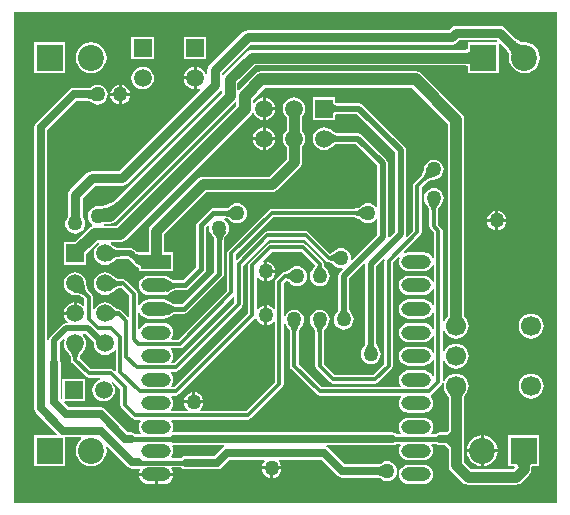
<source format=gbl>
%FSTAX23Y23*%
%MOIN*%
%SFA1B1*%

%IPPOS*%
%AMD66*
4,1,4,-0.000900,0.029200,-0.029200,0.000900,0.000900,-0.029200,0.029200,-0.000900,-0.000900,0.029200,0.0*
%
%ADD10C,0.027560*%
%ADD11C,0.011810*%
%ADD12C,0.019690*%
%ADD13C,0.015750*%
%ADD14C,0.035430*%
%ADD15C,0.039370*%
%ADD16C,0.031500*%
%ADD52R,0.059060X0.059060*%
%ADD53C,0.059060*%
%ADD54O,0.098430X0.047240*%
%ADD55R,0.098430X0.047240*%
%ADD56R,0.059060X0.059060*%
%ADD57C,0.066930*%
%ADD58C,0.086610*%
%ADD59R,0.086610X0.086610*%
%ADD60C,0.050000*%
G04~CAMADD=66~9~0.0~0.0~400.0~426.0~0.0~0.0~0~0.0~0.0~0.0~0.0~0~0.0~0.0~0.0~0.0~0~0.0~0.0~0.0~45.0~584.0~583.0*
%ADD66D66*%
%LNpcb-1*%
%LPD*%
G36*
X01825Y00014D02*
X00014D01*
Y0165*
X01825*
Y00014*
G37*
%LNpcb-2*%
%LPC*%
G36*
X00215Y00682D02*
X0021Y00681D01*
X00201Y00677*
X00193Y00671*
X00187Y00663*
X00183Y00654*
X00182Y0065*
X00215*
Y00682*
G37*
G36*
X0162Y0095D02*
X01592D01*
X01592Y00946*
X01596Y00938*
X01601Y00931*
X01608Y00926*
X01616Y00922*
X0162Y00922*
Y0095*
G37*
G36*
X0174Y00444D02*
X01729Y00443D01*
X01719Y00439*
X0171Y00432*
X01703Y00424*
X01699Y00413*
X01698Y00403*
X01699Y00392*
X01703Y00382*
X0171Y00373*
X01719Y00367*
X01729Y00362*
X0174Y00361*
X0175Y00362*
X0176Y00367*
X01769Y00373*
X01776Y00382*
X0178Y00392*
X01781Y00403*
X0178Y00413*
X01776Y00424*
X01769Y00432*
X0176Y00439*
X0175Y00443*
X0174Y00444*
G37*
G36*
Y00644D02*
X01729Y00643D01*
X01719Y00639*
X0171Y00632*
X01703Y00624*
X01699Y00613*
X01698Y00603*
X01699Y00592*
X01703Y00582*
X0171Y00573*
X01719Y00567*
X01729Y00562*
X0174Y00561*
X0175Y00562*
X0176Y00567*
X01769Y00573*
X01776Y00582*
X0178Y00592*
X01781Y00603*
X0178Y00613*
X01776Y00624*
X01769Y00632*
X0176Y00639*
X0175Y00643*
X0174Y00644*
G37*
G36*
X0163Y00987D02*
Y0096D01*
X01657*
X01657Y00963*
X01653Y00971*
X01648Y00978*
X01641Y00983*
X01633Y00987*
X0163Y00987*
G37*
G36*
X00845Y01223D02*
X00812D01*
X00813Y01218*
X00817Y01209*
X00823Y01201*
X00831Y01195*
X0084Y01191*
X00845Y01191*
Y01223*
G37*
G36*
X01657Y0095D02*
X0163D01*
Y00922*
X01633Y00922*
X01641Y00926*
X01648Y00931*
X01653Y00938*
X01657Y00946*
X01657Y0095*
G37*
G36*
X0162Y00987D02*
X01616Y00987D01*
X01608Y00983*
X01601Y00978*
X01596Y00971*
X01592Y00963*
X01592Y0096*
X0162*
Y00987*
G37*
G36*
X01582Y00239D02*
Y00193D01*
X01628*
X01627Y00201*
X01621Y00213*
X01613Y00224*
X01603Y00232*
X0159Y00238*
X01582Y00239*
G37*
G36*
X01381Y00141D02*
X0133D01*
X01322Y0014*
X01314Y00137*
X01308Y00131*
X01303Y00125*
X01299Y00117*
X01298Y00109*
X01299Y00101*
X01303Y00093*
X01308Y00087*
X01314Y00081*
X01322Y00078*
X0133Y00077*
X01381*
X01389Y00078*
X01397Y00081*
X01404Y00087*
X01409Y00093*
X01412Y00101*
X01413Y00109*
X01412Y00117*
X01409Y00125*
X01404Y00131*
X01397Y00137*
X01389Y0014*
X01381Y00141*
G37*
G36*
X0087Y00125D02*
X00842D01*
X00842Y00121*
X00846Y00113*
X00851Y00106*
X00858Y00101*
X00866Y00097*
X0087Y00097*
Y00125*
G37*
G36*
X00485Y00104D02*
X00433D01*
X00433Y00101*
X00436Y00093*
X00441Y00087*
X00448Y00081*
X00456Y00078*
X00464Y00077*
X00485*
Y00104*
G37*
G36*
X00546D02*
X00495D01*
Y00077*
X00515*
X00523Y00078*
X00531Y00081*
X00538Y00087*
X00543Y00093*
X00546Y00101*
X00546Y00104*
G37*
G36*
X01628Y00183D02*
X01582D01*
Y00137*
X0159Y00138*
X01603Y00143*
X01613Y00151*
X01621Y00162*
X01627Y00174*
X01628Y00183*
G37*
G36*
X01572Y00239D02*
X01563Y00238D01*
X01551Y00232*
X0154Y00224*
X01532Y00213*
X01527Y00201*
X01526Y00193*
X01572*
Y00239*
G37*
G36*
X00907Y00125D02*
X0088D01*
Y00097*
X00883Y00097*
X00891Y00101*
X00898Y00106*
X00903Y00113*
X00907Y00121*
X00907Y00125*
G37*
G36*
X01572Y00183D02*
X01526D01*
X01527Y00174*
X01532Y00162*
X0154Y00151*
X01551Y00143*
X01563Y00138*
X01572Y00137*
Y00183*
G37*
G36*
X00445Y01467D02*
X00435Y01466D01*
X00426Y01462*
X00418Y01456*
X00412Y01448*
X00408Y01439*
X00407Y0143*
X00408Y0142*
X00412Y01411*
X00418Y01403*
X00426Y01397*
X00435Y01393*
X00445Y01392*
X00454Y01393*
X00463Y01397*
X00471Y01403*
X00477Y01411*
X00481Y0142*
X00482Y0143*
X00481Y01439*
X00477Y01448*
X00471Y01456*
X00463Y01462*
X00454Y01466*
X00445Y01467*
G37*
G36*
X00615Y01425D02*
X00582D01*
X00583Y0142*
X00587Y01411*
X00593Y01403*
X00601Y01397*
X0061Y01393*
X00615Y01392*
Y01425*
G37*
G36*
X00375Y01407D02*
Y0138D01*
X00402*
X00402Y01383*
X00398Y01391*
X00393Y01398*
X00386Y01403*
X00378Y01407*
X00375Y01407*
G37*
G36*
X00402Y0137D02*
X00375D01*
Y01342*
X00378Y01342*
X00386Y01346*
X00393Y01351*
X00398Y01358*
X00402Y01366*
X00402Y0137*
G37*
G36*
X00365Y01407D02*
X00361Y01407D01*
X00353Y01403*
X00346Y01398*
X00341Y01391*
X00337Y01383*
X00337Y0138*
X00365*
Y01407*
G37*
G36*
X00615Y01467D02*
X0061Y01466D01*
X00601Y01462*
X00593Y01456*
X00587Y01448*
X00583Y01439*
X00582Y01435*
X00615*
Y01467*
G37*
G36*
X00657Y01567D02*
X00582D01*
Y01492*
X00657*
Y01567*
G37*
G36*
X01635Y01604D02*
X0149D01*
X0148Y01602*
X01472Y01597*
X01465Y01589*
X00795*
X00785Y01587*
X00777Y01582*
X00667Y01472*
X00662Y01464*
X0066Y01455*
Y01441*
X00656Y0144*
X00652Y01448*
X00646Y01456*
X00638Y01462*
X00629Y01466*
X00625Y01467*
Y0143*
Y01392*
X00629Y01393*
X00634Y01395*
X00637Y01391*
X00365Y01119*
X00275*
X00265Y01117*
X00257Y01112*
X00202Y01057*
X00197Y01049*
X00195Y0104*
Y00967*
X00191Y00961*
X00187Y00953*
X00186Y00945*
X00187Y00936*
X00191Y00928*
X00196Y00921*
X00203Y00916*
X00211Y00912*
X0022Y00911*
X00228Y00912*
X00236Y00916*
X00243Y00921*
X00248Y00928*
X00252Y00936*
X00253Y00945*
X00252Y00953*
X00248Y00961*
X00244Y00967*
Y0103*
X00284Y0107*
X00375*
X00384Y01072*
X00392Y01077*
X00702Y01387*
X00704Y01391*
X00709Y0139*
Y0138*
X00356Y01027*
X00344Y01017*
X00328Y01009*
X00312Y01004*
X00295Y01003*
X00295Y01003*
X00286Y01002*
X00278Y00998*
X00271Y00993*
X00266Y00986*
X00262Y00978*
X00261Y0097*
X00262Y00961*
X00266Y00953*
X00271Y00946*
X00277Y00941*
X00277Y00936*
X00271Y00934*
X00265Y00929*
X00218Y00882*
X00182*
Y00807*
X00257*
Y00843*
X00295Y0088*
X003Y00879*
X003Y00877*
X00293Y00871*
X00287Y00863*
X00283Y00854*
X00282Y00845*
X00283Y00835*
X00287Y00826*
X00293Y00818*
X00301Y00812*
X0031Y00808*
X0032Y00807*
X00329Y00808*
X00338Y00812*
X00346Y00818*
X00346Y00818*
X00346Y00818*
X00346Y00818*
X00352Y00823*
X00359Y00826*
X00366Y00826*
X00397*
X00415Y00809*
X00415Y00809*
X00416Y00808*
X00419Y00805*
X00424Y00801*
X00425Y00801*
X00426Y008*
X00432Y00797*
Y00786*
X00547*
Y00849*
X00515*
Y00909*
X00655Y01049*
X00875*
X00881Y0105*
X00884Y01051*
X00887Y01052*
X00893Y01056*
X00968Y01131*
X00972Y01137*
X00973Y0114*
X00974Y01143*
X00975Y0115*
Y012*
X00976Y01201*
X00982Y01209*
X00986Y01218*
X00987Y01228*
X00986Y01237*
X00982Y01247*
X00976Y01254*
X00975Y01255*
Y013*
X00976Y01301*
X00982Y01309*
X00986Y01318*
X00987Y01328*
X00986Y01337*
X00982Y01347*
X00976Y01354*
X00968Y0136*
X00959Y01364*
X0095Y01365*
X0094Y01364*
X00931Y0136*
X00923Y01354*
X00917Y01347*
X00913Y01337*
X00912Y01328*
X00913Y01318*
X00917Y01309*
X00923Y01301*
X00924Y013*
Y01255*
X00923Y01254*
X00917Y01247*
X00913Y01237*
X00912Y01228*
X00913Y01218*
X00917Y01209*
X00923Y01201*
X00924Y012*
Y0116*
X00864Y011*
X00645*
X00638Y01099*
X00636Y01099*
X00632Y01097*
X00626Y01093*
X00471Y00938*
X00467Y00932*
X00466Y00929*
X00465Y00926*
X00464Y0092*
Y00849*
X00432*
X00431Y00849*
X00425Y00851*
X00418Y00856*
X00417Y00857*
X00411Y00861*
X00405Y00863*
X00366*
X00359Y00863*
X00352Y00866*
X00346Y00871*
X00346Y00871*
X00346Y00871*
X00346Y00871*
X00339Y00877*
X0034Y00882*
X0034Y00882*
X0037*
X00377Y00883*
X00383Y00885*
X00389Y0089*
X00804Y01305*
X00809Y01311*
X0081Y01313*
X00815*
X00817Y01309*
X00823Y01301*
X00831Y01295*
X0084Y01291*
X00845Y01291*
Y01328*
Y01365*
X0084Y01364*
X00831Y0136*
X00823Y01354*
X00817Y01347*
X00813Y01349*
Y01358*
X00851Y01397*
X01343*
X01462Y01278*
Y00633*
X0146Y00632*
X01453Y00624*
X01449Y00613*
X01449Y00608*
X01444Y00609*
Y0092*
X01442Y00925*
X01439Y00929*
X01429Y0094*
Y00983*
X01429*
X01429Y00984*
Y00984*
X0143Y00992*
X01433Y00999*
X01438Y01006*
X01438Y01006*
X01443Y01013*
X01447Y01021*
X01448Y0103*
X01447Y01038*
X01443Y01046*
X01438Y01053*
X01431Y01058*
X01423Y01062*
X01415Y01063*
X01406Y01062*
X01398Y01058*
X01391Y01053*
X01386Y01046*
X01382Y01038*
X01381Y0103*
X01382Y01021*
X01386Y01013*
X01391Y01006*
X01391Y01006*
X01396Y00999*
X01399Y00992*
X014Y00984*
Y00984*
X014Y00983*
X014*
Y00935*
X01402Y00929*
X01405Y00925*
X01415Y00914*
Y0083*
X01411Y00829*
X01409Y00834*
X01404Y0084*
X01397Y00845*
X01389Y00848*
X01381Y00849*
X0133*
X01322Y00848*
X01319Y00847*
X01316Y00851*
X01369Y00905*
X01372Y00909*
X01374Y00915*
Y01064*
X01392Y01082*
X01392Y01082*
X01392Y01082*
X01392Y01082*
X01398Y01087*
X01406Y0109*
X01414Y01091*
X01415Y01091*
X01423Y01092*
X01431Y01096*
X01438Y01101*
X01443Y01108*
X01447Y01116*
X01448Y01125*
X01447Y01133*
X01443Y01141*
X01438Y01148*
X01431Y01153*
X01423Y01157*
X01415Y01158*
X01406Y01157*
X01398Y01153*
X01391Y01148*
X01386Y01141*
X01382Y01133*
X01381Y01125*
X01381Y01124*
X0138Y01116*
X01377Y01108*
X01372Y01102*
X01372Y01102*
X01372Y01102*
X01372Y01102*
X0135Y01079*
X01347Y01075*
X01345Y0107*
Y0092*
X01326Y00901*
X01321Y00903*
X01323Y0091*
Y0119*
X01321Y01196*
X01317Y01202*
X01179Y0134*
X01173Y01344*
X01166Y01346*
X01096*
X01089Y01347*
X01087Y01348*
Y01365*
X01012*
Y0129*
X01087*
Y01308*
X01089Y01309*
X01096Y0131*
X01159*
X01286Y01182*
Y00917*
X01268Y00898*
X01263Y00899*
X01263Y009*
Y01145*
X01261Y01151*
X01257Y01157*
X01174Y0124*
X01168Y01244*
X01161Y01246*
X01096*
X01089Y01247*
X01082Y0125*
X01076Y01254*
X01076Y01254*
X01076Y01254*
X01076Y01254*
X01076Y01255*
X01068Y0126*
X01059Y01264*
X0105Y01265*
X0104Y01264*
X01031Y0126*
X01023Y01254*
X01017Y01247*
X01013Y01237*
X01012Y01228*
X01013Y01218*
X01017Y01209*
X01023Y01201*
X01031Y01195*
X0104Y01191*
X0105Y0119*
X01059Y01191*
X01068Y01195*
X01076Y01201*
X01076Y01201*
X01076Y01201*
X01076Y01201*
X01082Y01206*
X01089Y01209*
X01096Y0121*
X01154*
X01226Y01137*
Y01*
X01222Y00998*
X01218Y01003*
X01211Y01008*
X01203Y01012*
X01195Y01013*
X01186Y01012*
X01178Y01008*
X01171Y01003*
X01171Y01003*
X01164Y00998*
X01157Y00995*
X01149Y00994*
X01149*
X01148Y00994*
Y00994*
X00875*
X00869Y00992*
X00865Y00989*
X0073Y00854*
X00727Y0085*
X00725Y00845*
Y0072*
X00563Y00558*
X00543*
X0054Y00563*
X00543Y00566*
X00546Y00573*
X00547Y00581*
X00546Y0059*
X00543Y00597*
X00538Y00604*
X00531Y00609*
X00523Y00612*
X00515Y00613*
X00464*
X00456Y00612*
X00448Y00609*
X00441Y00604*
X00436Y00597*
X00433Y0059*
X00429Y00591*
Y0065*
X00433Y00651*
X00436Y00644*
X00441Y00638*
X00448Y00633*
X00456Y00629*
X00464Y00628*
X00515*
X00523Y00629*
X00531Y00633*
X00537Y00637*
X00538Y00638*
X00538Y00638*
X00538Y00638*
X00545Y00643*
X00552Y00644*
X00553Y00644*
Y00644*
X00582*
X00587Y00645*
X00588Y00645*
X00593Y00649*
Y00649*
Y00649*
X00711Y00766*
X00714Y00772*
X00715Y00773*
X00716Y00778*
Y00888*
X00716*
X00716Y0089*
Y0089*
X00717Y00898*
X00722Y00906*
X00723Y00906*
X00723Y00906*
X00723Y00906*
X00728Y00913*
X00732Y00921*
X00733Y0093*
X00732Y00938*
X00728Y00946*
X00723Y00953*
X00716Y00958*
X00715Y00959*
X00718Y00963*
X0072Y00963*
X0072*
X00728Y00962*
X00736Y00957*
X00736Y00956*
X00736Y00956*
X00736Y00956*
X00743Y00951*
X00751Y00947*
X0076Y00946*
X00768Y00947*
X00776Y00951*
X00783Y00956*
X00788Y00963*
X00792Y00971*
X00793Y0098*
X00792Y00988*
X00788Y00996*
X00783Y01003*
X00776Y01008*
X00768Y01012*
X0076Y01013*
X00751Y01012*
X00743Y01008*
X00736Y01003*
X00736Y01003*
X00736Y01003*
X00736Y01002*
X00728Y00997*
X0072Y00996*
X0072*
X00718Y00996*
Y00996*
X0068*
X00673Y00994*
X00668Y00991*
X00628Y00951*
X00625Y00946*
X00624Y00945*
X00623Y0094*
Y00799*
X00579Y00755*
X00553*
Y00755*
X00552Y00755*
X00545Y00756*
X00538Y00761*
X00538Y00761*
X00538Y00761*
X00538Y00761*
X00537Y00762*
X00531Y00766*
X00523Y0077*
X00515Y00771*
X00464*
X00456Y0077*
X00448Y00766*
X00441Y00761*
X00436Y00755*
X00433Y00747*
X00432Y00739*
X00433Y00731*
X00436Y00723*
X00441Y00716*
X00448Y00711*
X00456Y00708*
X00464Y00707*
X00515*
X00523Y00708*
X00531Y00711*
X00537Y00716*
X00538Y00716*
X00538Y00716*
X00538Y00717*
X00545Y00721*
X00552Y00723*
X00553Y00723*
Y00723*
X00586*
X00591Y00724*
X00592Y00724*
X00597Y00728*
X00651Y00781*
X00654Y00787*
X00656Y00793*
Y00933*
X00663Y0094*
X00667Y00938*
X00667Y00938*
X00666Y0093*
X00667Y00921*
X00671Y00913*
X00676Y00906*
X00676Y00906*
X00676Y00906*
X00676Y00906*
X00677Y00906*
X00682Y00898*
X00683Y0089*
Y0089*
X00683Y00888*
X00683*
Y00784*
X00575Y00676*
X00553*
Y00676*
X00552Y00676*
X00545Y00678*
X00538Y00682*
X00538Y00683*
X00538Y00683*
X00538Y00683*
X00537Y00683*
X00531Y00688*
X00523Y00691*
X00515Y00692*
X00464*
X00456Y00691*
X00448Y00688*
X00441Y00683*
X00436Y00676*
X00433Y00669*
X00429Y0067*
Y0071*
X00427Y00715*
X00424Y00719*
X00389Y00754*
X00385Y00757*
X0038Y00759*
X00377*
Y00759*
X00376Y00759*
X00375*
X00365Y0076*
X00355Y00764*
X00347Y00771*
X00346Y00771*
X00338Y00777*
X00329Y00781*
X0032Y00782*
X0031Y00781*
X00301Y00777*
X00293Y00771*
X00287Y00763*
X00283Y00754*
X00282Y00745*
X00283Y00735*
X00287Y00726*
X00293Y00718*
X00301Y00712*
X0031Y00708*
X0032Y00707*
X00329Y00708*
X00338Y00712*
X00346Y00718*
X00347Y00718*
X00355Y00725*
X00365Y00729*
X00374Y0073*
X004Y00704*
Y00635*
X00396Y00633*
X00374Y00654*
X0037Y00657*
X00365Y00659*
Y00659*
X00364Y00659*
X00358Y0066*
X00352Y00663*
X00351Y00666*
X0035Y00666*
X0035Y00666*
X00349Y00668*
X00349Y00668*
X00346Y00671*
X00338Y00677*
X00329Y00681*
X0032Y00682*
X0031Y00681*
X00301Y00677*
X00293Y00671*
X00287Y00663*
X00283Y00655*
X00279Y00656*
Y007*
X00277Y00705*
X00274Y00709*
X0027Y00714*
X0027Y00714*
X00269Y00715*
X00269Y00715*
X00263Y00723*
X00259Y00733*
X00257Y00744*
X00257Y00745*
X00256Y00754*
X00252Y00763*
X00246Y00771*
X00238Y00777*
X00229Y00781*
X0022Y00782*
X0021Y00781*
X00201Y00777*
X00193Y00771*
X00187Y00763*
X00183Y00754*
X00182Y00745*
X00183Y00735*
X00187Y00726*
X00193Y00718*
X00201Y00712*
X0021Y00708*
X0022Y00707*
X0022Y00707*
X00231Y00706*
X00241Y00701*
X00249Y00695*
X00249Y00695*
X0025Y00694*
X0025Y00694*
X0025Y00694*
Y00674*
X00246Y00671*
X00238Y00677*
X00229Y00681*
X00225Y00682*
Y00645*
X0022*
Y0064*
X00182*
X00183Y00635*
X00187Y00626*
X00193Y00618*
X00194Y00617*
X00192Y00613*
X0019*
X00183Y00611*
X00177Y00607*
X00137Y00567*
X00133Y00561*
X00132Y00555*
X00127Y00556*
Y01255*
X00224Y01352*
X00268*
X00271Y01351*
X00271Y01351*
X00271Y01351*
X00273Y0135*
X00278Y01346*
X00286Y01342*
X00295Y01341*
X00303Y01342*
X00311Y01346*
X00318Y01351*
X00323Y01358*
X00327Y01366*
X00328Y01375*
X00327Y01383*
X00323Y01391*
X00318Y01398*
X00311Y01403*
X00303Y01407*
X00295Y01408*
X00286Y01407*
X00278Y01403*
X00273Y01399*
X00271Y01398*
X00271Y01398*
X00271Y01398*
X00268Y01397*
X00215*
X00206Y01395*
X00199Y0139*
X00089Y0128*
X00084Y01273*
X00082Y01265*
Y0033*
X00084Y00321*
X00089Y00314*
X00159Y00243*
X00157Y00239*
X00083*
Y00136*
X00186*
Y00232*
X00238*
X0024Y00227*
X00236Y00224*
X00228Y00213*
X00222Y00201*
X00221Y00188*
X00222Y00174*
X00228Y00162*
X00236Y00151*
X00246Y00143*
X00259Y00138*
X00272Y00136*
X00286Y00138*
X00298Y00143*
X00309Y00151*
X00317Y00162*
X00322Y00174*
X00324Y00188*
X00322Y00199*
X00327Y00201*
X00394Y00134*
X00401Y00129*
X0041Y00127*
X0043*
X00432Y00128*
X00434Y00126*
X00436Y00124*
X00433Y00117*
X00433Y00114*
X00546*
X00546Y00117*
X00543Y00125*
X0054Y00128*
X00543Y00132*
X00573*
X0058Y00128*
X00588Y00126*
X00693*
X00702Y00128*
X00709Y00133*
X00734Y00157*
X00849*
X00851Y00153*
X00846Y00146*
X00842Y00138*
X00842Y00135*
X00907*
X00907Y00138*
X00903Y00146*
X00898Y00153*
X009Y00157*
X0104*
X01094Y00104*
X01101Y00099*
X0111Y00097*
X01233*
X01236Y00096*
X01236Y00096*
X01236Y00096*
X01238Y00095*
X01243Y00091*
X01251Y00087*
X0126Y00086*
X01268Y00087*
X01276Y00091*
X01283Y00096*
X01288Y00103*
X01292Y00111*
X01293Y0012*
X01292Y00128*
X01288Y00136*
X01283Y00143*
X01276Y00148*
X01268Y00152*
X0126Y00153*
X01251Y00152*
X01243Y00148*
X01238Y00144*
X01236Y00143*
X01236Y00143*
X01236Y00143*
X01233Y00142*
X01119*
X01065Y00195*
X01058Y002*
X01057Y002*
X01058Y00205*
X01277*
X01285Y00207*
X01292Y00211*
X01303*
X01305Y00207*
X01303Y00204*
X01299Y00196*
X01298Y00188*
X01299Y0018*
X01303Y00172*
X01308Y00165*
X01314Y0016*
X01322Y00157*
X0133Y00156*
X01381*
X01389Y00157*
X01397Y0016*
X01404Y00165*
X01409Y00172*
X01412Y0018*
X01413Y00188*
X01412Y00196*
X01409Y00204*
X01406Y00207*
X01409Y00211*
X01422*
X01428Y00207*
X01437Y00205*
X01453*
X01464Y00194*
Y0014*
X01465Y00133*
X01466Y0013*
X01467Y00127*
X01471Y00121*
X01511Y00081*
X01517Y00077*
X01523Y00075*
X0153Y00074*
X0169*
X01696Y00075*
X01699Y00076*
X01702Y00077*
X01708Y00081*
X01733Y00106*
X01737Y00112*
X01739Y00118*
X0174Y00125*
Y00126*
X01741*
X0174Y00127*
X01742Y00135*
X01742Y00136*
X01766*
Y00239*
X01663*
Y00136*
X01683*
X01685Y00132*
X01679Y00125*
X0154*
X01515Y0015*
Y00365*
X01515*
X01515Y00365*
X01516Y00369*
X01519Y00373*
X01519Y00373*
X01526Y00382*
X0153Y00392*
X01531Y00403*
X0153Y00413*
X01526Y00424*
X01519Y00432*
X0151Y00439*
X015Y00443*
X0149Y00444*
X01479Y00443*
X01469Y00439*
X0146Y00432*
X01453Y00424*
X01449Y00413*
X01448Y00403*
X01449Y00392*
X01453Y00382*
X0146Y00373*
X0146Y00373*
X01463Y00369*
X01464Y00365*
X01464Y00365*
X01464*
Y00255*
X01458Y00249*
X01437*
X01428Y00248*
X01422Y00243*
X01409*
X01406Y00248*
X01409Y00251*
X01412Y00258*
X01413Y00266*
X01412Y00275*
X01409Y00282*
X01404Y00289*
X01397Y00294*
X01389Y00297*
X01381Y00298*
X0133*
X01322Y00297*
X01314Y00294*
X01308Y00289*
X01303Y00282*
X01299Y00275*
X01298Y00266*
X01299Y00258*
X01303Y00251*
X01305Y00248*
X01303Y00243*
X01292*
X01285Y00248*
X01277Y00249*
X0055*
X00547Y00249*
X00543Y00252*
X00546Y00258*
X00547Y00266*
X00546Y00275*
X00543Y00282*
X0054Y00286*
X00542Y0029*
X00795*
X008Y00292*
X00804Y00295*
X00909Y004*
X00912Y00404*
X00914Y0041*
Y00613*
X00918Y00614*
X00921Y00608*
X00926Y00601*
X00926Y00601*
X00931Y00594*
X00934Y00587*
X00935Y00579*
Y00579*
X00935Y00578*
X00935*
Y0047*
X00937Y00464*
X0094Y0046*
X01025Y00375*
X01029Y00372*
X01035Y0037*
X01304*
X01306Y00366*
X01303Y00361*
X01299Y00353*
X01298Y00345*
X01299Y00337*
X01303Y00329*
X01308Y00323*
X01314Y00318*
X01322Y00315*
X0133Y00313*
X01381*
X01389Y00315*
X01397Y00318*
X01404Y00323*
X01409Y00329*
X01412Y00337*
X01413Y00345*
X01412Y00353*
X01409Y00361*
X01404Y00367*
X01405Y00372*
X01409Y00375*
X01439Y00405*
X01442Y00409*
X01444Y00415*
Y00497*
X01449Y00497*
X01449Y00492*
X01453Y00482*
X0146Y00473*
X01469Y00467*
X01479Y00462*
X0149Y00461*
X015Y00462*
X0151Y00467*
X01519Y00473*
X01526Y00482*
X0153Y00492*
X01531Y00503*
X0153Y00513*
X01526Y00524*
X01519Y00532*
X0151Y00539*
X015Y00543*
X0149Y00544*
X01479Y00543*
X01469Y00539*
X0146Y00532*
X01453Y00524*
X01449Y00513*
X01449Y00508*
X01444Y00509*
Y00597*
X01449Y00597*
X01449Y00592*
X01453Y00582*
X0146Y00573*
X01469Y00567*
X01479Y00562*
X0149Y00561*
X015Y00562*
X0151Y00567*
X01519Y00573*
X01526Y00582*
X0153Y00592*
X01531Y00603*
X0153Y00613*
X01526Y00624*
X01519Y00632*
X01517Y00633*
Y0129*
X01516Y01297*
X01514Y01303*
X01509Y01309*
X01374Y01444*
X01368Y01449*
X01362Y01451*
X01355Y01452*
X0084*
X00832Y01451*
X00826Y01449*
X0082Y01444*
X00765Y01389*
X00765Y01389*
X0076Y01391*
Y01414*
X00818Y01472*
X01518*
Y01472*
X01519Y01472*
X01527Y01471*
X01528Y0147*
Y01446*
X01631*
Y01544*
X01635Y01546*
X01653Y01528*
Y01528*
X01655Y01526*
X0166Y01519*
X01665Y01509*
X01666Y01499*
X01666Y01498*
X01666*
X01666Y01497*
X01667Y01484*
X01673Y01472*
X01681Y01461*
X01691Y01453*
X01704Y01448*
X01717Y01446*
X01731Y01448*
X01743Y01453*
X01754Y01461*
X01762Y01472*
X01767Y01484*
X01769Y01498*
X01767Y01511*
X01762Y01523*
X01754Y01534*
X01743Y01542*
X01731Y01548*
X01718Y01549*
X01717Y01549*
Y01549*
X01716Y01549*
X01706Y0155*
X01696Y01555*
X01689Y0156*
X01687Y01562*
X01652Y01597*
X01645Y01602*
X01635Y01604*
G37*
G36*
X00482Y01567D02*
X00407D01*
Y01492*
X00482*
Y01567*
G37*
G36*
X00272Y01549D02*
X00259Y01548D01*
X00246Y01542*
X00236Y01534*
X00228Y01523*
X00222Y01511*
X00221Y01498*
X00222Y01484*
X00228Y01472*
X00236Y01461*
X00246Y01453*
X00259Y01448*
X00272Y01446*
X00286Y01448*
X00298Y01453*
X00309Y01461*
X00317Y01472*
X00322Y01484*
X00324Y01498*
X00322Y01511*
X00317Y01523*
X00309Y01534*
X00298Y01542*
X00286Y01548*
X00272Y01549*
G37*
G36*
X00186Y01549D02*
X00083D01*
Y01446*
X00186*
Y01549*
G37*
G36*
X00887Y01323D02*
X00855D01*
Y01291*
X00859Y01291*
X00868Y01295*
X00876Y01301*
X00882Y01309*
X00886Y01318*
X00887Y01323*
G37*
G36*
X00855Y01265D02*
Y01233D01*
X00887*
X00886Y01237*
X00882Y01247*
X00876Y01254*
X00868Y0126*
X00859Y01264*
X00855Y01265*
G37*
G36*
X00845D02*
X0084Y01264D01*
X00831Y0126*
X00823Y01254*
X00817Y01247*
X00813Y01237*
X00812Y01233*
X00845*
Y01265*
G37*
G36*
X00365Y0137D02*
X00337D01*
X00337Y01366*
X00341Y01358*
X00346Y01351*
X00353Y01346*
X00361Y01342*
X00365Y01342*
Y0137*
G37*
G36*
X00887Y01223D02*
X00855D01*
Y01191*
X00859Y01191*
X00868Y01195*
X00876Y01201*
X00882Y01209*
X00886Y01218*
X00887Y01223*
G37*
G36*
X00855Y01365D02*
Y01333D01*
X00887*
X00886Y01337*
X00882Y01347*
X00876Y01354*
X00868Y0136*
X00859Y01364*
X00855Y01365*
G37*
%LNpcb-3*%
%LPD*%
G36*
X01627Y01551D02*
X01626Y01549D01*
X01528*
Y01525*
X01527Y01525*
X01519Y01524*
X01518Y01524*
Y01523*
X00808*
X00801Y01523*
X00799Y01522*
X00795Y0152*
X00789Y01516*
X00716Y01443*
X00713Y01439*
X0071Y0144*
X00709Y01445*
X00804Y0154*
X01475*
X01484Y01542*
X01492Y01547*
X01499Y01555*
X01624*
X01627Y01551*
G37*
G36*
X00754Y0135D02*
X00757Y01348D01*
Y01336*
X00358Y00937*
X00314*
X00314Y0094*
X00316Y00944*
X00335*
X00341Y00945*
X00344Y00946*
X00347Y00947*
X00353Y00951*
X00392Y0099*
X00394Y00992*
Y00992*
X00752Y01351*
X00754Y0135*
G37*
G36*
X01157Y00964D02*
X01164Y00961D01*
X01171Y00956*
X01171Y00956*
X01178Y00951*
X01186Y00947*
X01195Y00946*
X01203Y00947*
X01211Y00951*
X01218Y00956*
X01222Y00961*
X01226Y00959*
Y00907*
X01143Y00823*
X01138Y00825*
X01139Y0083*
X01138Y00838*
X01134Y00846*
X01129Y00853*
X01122Y00858*
X01114Y00862*
X01105Y00863*
X01097Y00862*
X01089Y00858*
X01082Y00853*
X01081Y00852*
X01081Y00852*
X0108Y00851*
X0108Y00851*
X01079Y00849*
X01072Y00845*
X01069Y00844*
X00999Y00914*
X00995Y00917*
X0099Y00919*
X0086*
X00854Y00917*
X0085Y00914*
X00758Y00823*
X00754Y00825*
Y00839*
X0088Y00965*
X01148*
Y00965*
X01149Y00965*
X01149*
X01157Y00964*
G37*
G36*
X0055Y00205D02*
X00716D01*
X00717Y002*
X00716Y002*
X00709Y00195*
X00684Y0017*
X00588*
X0058Y00169*
X00573Y00164*
X00543*
X0054Y00169*
X00543Y00172*
X00546Y0018*
X00547Y00188*
X00546Y00196*
X00543Y00202*
X00547Y00206*
X0055Y00205*
G37*
G36*
X00184Y00557D02*
X00183Y00554D01*
X00182Y00545*
X00183Y00535*
X00187Y00526*
X00193Y00518*
X00193Y00517*
X00193Y00517*
X00194Y00517*
X00194Y00517*
X00194Y00517*
X002Y00509*
X00204Y00499*
X00205Y0049*
Y0049*
X00205Y0049*
X00205*
X00207Y00484*
X0021Y0048*
X00255Y00435*
X00259Y00432*
X00265Y0043*
X00303*
X00304Y00426*
X00296Y00422*
X00288Y00416*
X00282Y00408*
X00278Y00399*
X00277Y0039*
X00278Y0038*
X00282Y00371*
X00288Y00363*
X00296Y00357*
X00305Y00353*
X00315Y00352*
X00324Y00353*
X00333Y00357*
X00341Y00363*
X00347Y00371*
X00351Y0038*
X00352Y0039*
X00351Y00399*
X00347Y00408*
X00342Y00415*
X00346Y00418*
X0037Y00394*
Y0034*
X00372Y00334*
X00375Y0033*
X0041Y00295*
Y00295*
X0041*
X00414Y00292*
X0042Y0029*
X00437*
X00439Y00286*
X00436Y00282*
X00433Y00275*
X00432Y00266*
X00433Y00258*
X00436Y00251*
X00439Y00248*
X00436Y00243*
X00419*
X00413Y00248*
X00405Y00249*
X00396*
X0032Y00325*
X00313Y0033*
X00305Y00332*
X00199*
X00183Y00347*
X00185Y00352*
X00252*
Y00427*
X00177*
Y0036*
X00176Y00359*
X00172Y00362*
Y0048*
X0017Y00488*
X00168Y00491*
Y00547*
X0018Y00559*
X00184Y00557*
G37*
G36*
X0075Y00699D02*
Y0068D01*
X00549Y00479*
X00542*
X0054Y00483*
X00543Y00487*
X00546Y00494*
X00547Y00503*
X00546Y00511*
X00543Y00519*
X00538Y00525*
X00537Y00525*
X00539Y0053*
X00569*
X00574Y00531*
X00579Y00534*
X00746Y00701*
X0075Y00699*
G37*
G36*
X01055Y0082D02*
X01059Y00817D01*
X01065Y00815*
Y00815*
X01065Y00815*
X01072Y00814*
X01079Y0081*
X0108Y00808*
X0108Y00808*
X01081Y00807*
X01081Y00807*
X01082Y00806*
X01089Y00801*
X01097Y00797*
X01105Y00796*
X0111Y00797*
X01112Y00792*
X01102Y00782*
X01098Y00776*
X01096Y0077*
Y00661*
X01096*
X01096Y0066*
Y0066*
X01095Y00654*
X01091Y00648*
X01091Y00648*
X01091Y00648*
X0109Y00647*
X01086Y00641*
X01082Y00633*
X01081Y00625*
X01082Y00616*
X01086Y00608*
X01091Y00601*
X01098Y00596*
X01106Y00592*
X01115Y00591*
X01123Y00592*
X01131Y00596*
X01138Y00601*
X01143Y00608*
X01147Y00616*
X01148Y00625*
X01147Y00633*
X01143Y00641*
X01139Y00647*
X01138Y00648*
X01138Y00648*
X01138Y00648*
X01134Y00654*
X01133Y0066*
Y0066*
X01133Y00661*
X01133*
Y00762*
X01181Y00811*
X01186Y0081*
X01186Y00809*
Y00546*
X01186*
X01186Y00545*
Y00545*
X01185Y00539*
X01181Y00533*
X01181Y00533*
X01181Y00533*
X0118Y00532*
X01176Y00526*
X01172Y00518*
X01171Y0051*
X01172Y00501*
X01176Y00493*
X01181Y00486*
X01188Y00481*
X01196Y00477*
X01205Y00476*
X01213Y00477*
X01221Y00481*
X01228Y00486*
X01233Y00493*
X01237Y00501*
X01238Y0051*
X01237Y00518*
X01233Y00526*
X01229Y00532*
X01228Y00533*
X01228Y00533*
X01228Y00533*
X01224Y00539*
X01223Y00545*
Y00545*
X01223Y00546*
X01223*
Y00802*
X01247Y00826*
X01251Y00824*
X0125Y0082*
Y00475*
X01214Y00439*
X01085*
X01049Y00475*
Y00578*
X01049*
X01049Y00579*
Y00579*
X0105Y00587*
X01053Y00594*
X01058Y00601*
X01058Y00601*
X01063Y00608*
X01067Y00616*
X01068Y00625*
X01067Y00633*
X01063Y00641*
X01058Y00648*
X01051Y00653*
X01043Y00657*
X01035Y00658*
X01026Y00657*
X01018Y00653*
X01011Y00648*
X01006Y00641*
X01002Y00633*
X01001Y00625*
X01002Y00616*
X01006Y00608*
X01011Y00601*
X01011Y00601*
X01016Y00594*
X01019Y00587*
X0102Y00579*
Y00579*
X0102Y00578*
X0102*
Y0047*
X01022Y00464*
X01025Y0046*
X0107Y00415*
X01074Y00412*
X0108Y0041*
X0122*
X01225Y00412*
X01229Y00415*
X01274Y0046*
X01277Y00464*
X01279Y0047*
Y00814*
X01296Y00832*
X01301Y00829*
X01299Y00826*
X01298Y00818*
X01299Y00809*
X01303Y00802*
X01308Y00795*
X01314Y0079*
X01322Y00787*
X0133Y00786*
X01381*
X01389Y00787*
X01397Y0079*
X01404Y00795*
X01409Y00802*
X01411Y00806*
X01415Y00805*
Y00751*
X01411Y0075*
X01409Y00755*
X01404Y00761*
X01397Y00766*
X01389Y0077*
X01381Y00771*
X0133*
X01322Y0077*
X01314Y00766*
X01308Y00761*
X01303Y00755*
X01299Y00747*
X01298Y00739*
X01299Y00731*
X01303Y00723*
X01308Y00716*
X01314Y00711*
X01322Y00708*
X0133Y00707*
X01381*
X01389Y00708*
X01397Y00711*
X01404Y00716*
X01409Y00723*
X01411Y00727*
X01415Y00726*
Y00673*
X01411Y00672*
X01409Y00676*
X01404Y00683*
X01397Y00688*
X01389Y00691*
X01381Y00692*
X0133*
X01322Y00691*
X01314Y00688*
X01308Y00683*
X01303Y00676*
X01299Y00668*
X01298Y0066*
X01299Y00652*
X01303Y00644*
X01308Y00638*
X01314Y00633*
X01322Y00629*
X0133Y00628*
X01381*
X01389Y00629*
X01397Y00633*
X01404Y00638*
X01409Y00644*
X01411Y00649*
X01415Y00648*
Y00594*
X01411Y00593*
X01409Y00597*
X01404Y00604*
X01397Y00609*
X01389Y00612*
X01381Y00613*
X0133*
X01322Y00612*
X01314Y00609*
X01308Y00604*
X01303Y00597*
X01299Y0059*
X01298Y00581*
X01299Y00573*
X01303Y00566*
X01308Y00559*
X01314Y00554*
X01322Y00551*
X0133Y0055*
X01381*
X01389Y00551*
X01397Y00554*
X01404Y00559*
X01409Y00566*
X01411Y0057*
X01415Y00569*
Y00515*
X01411Y00514*
X01409Y00519*
X01404Y00525*
X01397Y0053*
X01389Y00533*
X01381Y00534*
X0133*
X01322Y00533*
X01314Y0053*
X01308Y00525*
X01303Y00519*
X01299Y00511*
X01298Y00503*
X01299Y00494*
X01303Y00487*
X01308Y0048*
X01314Y00475*
X01322Y00472*
X0133Y00471*
X01381*
X01389Y00472*
X01397Y00475*
X01404Y0048*
X01409Y00487*
X01411Y00491*
X01415Y0049*
Y00436*
X01411Y00435*
X01409Y0044*
X01404Y00446*
X01397Y00451*
X01389Y00455*
X01381Y00456*
X0133*
X01322Y00455*
X01314Y00451*
X01308Y00446*
X01303Y0044*
X01299Y00432*
X01298Y00424*
X01299Y00416*
X01303Y00408*
X01306Y00403*
X01304Y00399*
X0104*
X00964Y00475*
Y00578*
X00964*
X00964Y00579*
Y00579*
X00965Y00587*
X00968Y00594*
X00973Y00601*
X00973Y00601*
X00978Y00608*
X00982Y00616*
X00983Y00625*
X00982Y00633*
X00978Y00641*
X00973Y00648*
X00966Y00653*
X00958Y00657*
X0095Y00658*
X00941Y00657*
X00933Y00653*
X00926Y00648*
X00921Y00641*
X00918Y00635*
X00914Y00636*
Y00744*
X00924Y00755*
X00927Y00754*
X00933Y0075*
X00934Y00749*
X00934Y00748*
X00935Y00748*
X00935Y00747*
X00936Y00746*
X00943Y00741*
X00951Y00737*
X0096Y00736*
X00968Y00737*
X00976Y00741*
X00983Y00746*
X00988Y00753*
X00992Y00761*
X00993Y0077*
X00992Y00778*
X00988Y00786*
X00983Y00793*
X00976Y00798*
X00968Y00802*
X0096Y00803*
X00951Y00802*
X00943Y00798*
X00936Y00793*
X00935Y00792*
X00935Y00791*
X00934Y00791*
X00934Y0079*
X00933Y00789*
X00927Y00785*
X0092Y00784*
X0092Y00784*
Y00784*
X00914Y00782*
X0091Y00779*
X0089Y00759*
X00887Y00755*
X00885Y0075*
Y00661*
X00881Y00659*
X00878Y00663*
X00871Y00668*
X00863Y00672*
X0086Y00672*
Y0064*
Y00607*
X00863Y00607*
X00871Y00611*
X00878Y00616*
X00881Y0062*
X00885Y00618*
Y00415*
X00789Y00319*
X00636*
X00634Y00323*
X00638Y00326*
X00643Y00333*
X00647Y00341*
X00647Y00345*
X00582*
X00582Y00341*
X00586Y00333*
X00591Y00326*
X00595Y00323*
X00593Y00319*
X0054*
X00538Y00323*
X00543Y00329*
X00546Y00337*
X00547Y00345*
X00546Y00353*
X00543Y00361*
X00539Y00366*
X00541Y0037*
X00555*
X0056Y00372*
X00564Y00375*
X00819Y00629*
X00821Y00628*
X00824Y00626*
X00826Y00623*
X00831Y00616*
X00838Y00611*
X00846Y00607*
X0085Y00607*
Y0064*
Y00672*
X00846Y00672*
X00838Y00668*
X00831Y00663*
X00828Y00659*
X00824Y00661*
Y00763*
X00828Y00765*
X00831Y00761*
X00838Y00756*
X00846Y00752*
X0085Y00752*
Y00785*
Y00817*
X00848Y00817*
X00846Y00821*
X00875Y0085*
X00974*
X0102Y00805*
X01019Y00802*
X01015Y00796*
X01014Y00795*
X01013Y00795*
X01013Y00794*
X01012Y00794*
X01011Y00793*
X01006Y00786*
X01002Y00778*
X01001Y0077*
X01002Y00761*
X01006Y00753*
X01011Y00746*
X01018Y00741*
X01026Y00737*
X01035Y00736*
X01043Y00737*
X01051Y00741*
X01058Y00746*
X01063Y00753*
X01067Y00761*
X01068Y0077*
X01067Y00778*
X01063Y00786*
X01058Y00793*
X01057Y00794*
X01056Y00794*
X01056Y00795*
X01055Y00795*
X01054Y00796*
X0105Y00802*
X01049Y00809*
X01049Y0081*
X01049*
X01047Y00815*
X01044Y00819*
X00989Y00874*
X00985Y00877*
X0098Y00879*
X0087*
X00864Y00877*
X0086Y00874*
X008Y00814*
X00797Y0081*
X00795Y00805*
Y00645*
X00549Y00399*
X00541*
X00539Y00403*
X00543Y00408*
X00546Y00416*
X00547Y00424*
X00546Y00432*
X00543Y0044*
X00538Y00446*
X0054Y0045*
X00555*
X0056Y00452*
X00564Y00455*
X00774Y00665*
X00777Y00669*
X00779Y00675*
Y00804*
X00865Y0089*
X00984*
X01055Y0082*
G37*
G36*
X00282Y00548D02*
X00282Y00545D01*
X00283Y00535*
X00287Y00526*
X00293Y00518*
X00301Y00512*
X0031Y00508*
X0032Y00507*
X00329Y00508*
X00338Y00512*
X00346Y00518*
X00351Y00524*
X00355Y00522*
Y00455*
X00351Y00453*
X00349Y00454*
X00345Y00457*
X0034Y00459*
X0027*
X00234Y00495*
X00235Y00499*
X00239Y00509*
X00245Y00517*
X00245Y00517*
Y00517*
X00246Y00517*
X00246Y00517*
X00246Y00518*
X00252Y00526*
X00256Y00535*
X00257Y00545*
X00256Y00554*
X00252Y00563*
X00246Y00571*
X00245Y00572*
X00247Y00576*
X00254*
X00282Y00548*
G37*
%LNpcb-4*%
%LPC*%
G36*
X00887Y0078D02*
X0086D01*
Y00752*
X00863Y00752*
X00871Y00756*
X00878Y00761*
X00883Y00768*
X00887Y00776*
X00887Y0078*
G37*
G36*
X0086Y00817D02*
Y0079D01*
X00887*
X00887Y00793*
X00883Y00801*
X00878Y00808*
X00871Y00813*
X00863Y00817*
X0086Y00817*
G37*
G36*
X0061Y00382D02*
X00606Y00382D01*
X00598Y00378*
X00591Y00373*
X00586Y00366*
X00582Y00358*
X00582Y00355*
X0061*
Y00382*
G37*
G36*
X0062D02*
Y00355D01*
X00647*
X00647Y00358*
X00643Y00366*
X00638Y00373*
X00631Y00378*
X00623Y00382*
X0062Y00382*
G37*
%LNpcb-5*%
%LPD*%
G54D10*
X01252Y00112D02*
D01*
X0125Y00113*
X01249Y00114*
X01247Y00115*
X01246Y00116*
X01244Y00117*
X01242Y00118*
X0124Y00118*
X01239Y00119*
X01237Y00119*
X01235Y00119*
X01233Y00119*
X01232Y0012*
D01*
X01234Y0012*
X01236Y0012*
X01238Y0012*
X0124Y00121*
X01242Y00121*
X01243Y00122*
X01245Y00123*
X01247Y00124*
X01248Y00125*
X0125Y00126*
X01251Y00127*
X01252Y00127*
X00287Y01367D02*
D01*
X00285Y01368*
X00284Y01369*
X00282Y0137*
X00281Y01371*
X00279Y01372*
X00277Y01373*
X00275Y01373*
X00274Y01374*
X00272Y01374*
X0027Y01374*
X00268Y01374*
X00267Y01375*
D01*
X00269Y01375*
X00271Y01375*
X00273Y01375*
X00275Y01376*
X00277Y01376*
X00278Y01377*
X0028Y01378*
X00282Y01379*
X00283Y0138*
X00285Y01381*
X00286Y01382*
X00287Y01382*
X00725Y0018D02*
X0105D01*
X00693Y00148D02*
X00725Y0018D01*
X00588Y00148D02*
X00693D01*
X0111Y0012D02*
X0126D01*
X0105Y0018D02*
X0111Y0012D01*
X0055Y00227D02*
X01277D01*
X01437D02*
X0149D01*
X00215Y01375D02*
X00295D01*
X0015Y0035D02*
Y0048D01*
Y0035D02*
X0019Y0031D01*
X00105Y0033D02*
X0018Y00254D01*
X0019Y0031D02*
X00305D01*
X00387Y00227*
X00405*
X0018Y00254D02*
X00305D01*
X0041Y0015*
X0043*
X00105Y0033D02*
Y01265D01*
X00215Y01375*
G54D11*
X01181Y00966D02*
D01*
X01179Y00968*
X01176Y0097*
X01174Y00972*
X01171Y00974*
X01168Y00975*
X01165Y00976*
X01162Y00977*
X01159Y00978*
X01156Y00979*
X01152Y00979*
X01149Y00979*
X01148Y0098*
D01*
X01152Y0098*
X01155Y0098*
X01158Y00981*
X01161Y00981*
X01164Y00982*
X01167Y00983*
X0117Y00985*
X01173Y00987*
X01175Y00988*
X01178Y0099*
X0118Y00992*
X01181Y00993*
X01022Y00784D02*
D01*
X01024Y00786*
X01026Y00787*
X01027Y00789*
X01029Y00791*
X0103Y00793*
X01031Y00795*
X01032Y00797*
X01033Y00799*
X01033Y00801*
X01034Y00803*
X01034Y00806*
X01034Y00808*
X01035Y0081*
D01*
X01035Y00807*
X01035Y00805*
X01035Y00803*
X01036Y00801*
X01036Y00798*
X01037Y00796*
X01038Y00794*
X01039Y00792*
X01041Y0079*
X01042Y00789*
X01044Y00787*
X01045Y00785*
X01047Y00784*
X00945Y00757D02*
D01*
X00943Y00759*
X00942Y00761*
X0094Y00762*
X00938Y00764*
X00936Y00765*
X00934Y00766*
X00932Y00767*
X0093Y00768*
X00928Y00768*
X00926Y00769*
X00923Y00769*
X00921Y00769*
X0092Y0077*
D01*
X00922Y0077*
X00924Y0077*
X00926Y0077*
X00928Y00771*
X00931Y00771*
X00933Y00772*
X00935Y00773*
X00937Y00774*
X00939Y00776*
X0094Y00777*
X00942Y00779*
X00944Y0078*
X00945Y00782*
X01048Y00611D02*
D01*
X01046Y00609*
X01044Y00606*
X01042Y00604*
X0104Y00601*
X01039Y00598*
X01038Y00595*
X01037Y00592*
X01036Y00589*
X01035Y00586*
X01035Y00582*
X01035Y00579*
X01035Y00578*
D01*
X01034Y00582*
X01034Y00585*
X01033Y00588*
X01033Y00591*
X01032Y00594*
X01031Y00597*
X01029Y006*
X01027Y00603*
X01026Y00605*
X01024Y00608*
X01022Y0061*
X01021Y00611*
X00963D02*
D01*
X00961Y00609*
X00959Y00606*
X00957Y00604*
X00955Y00601*
X00954Y00598*
X00953Y00595*
X00952Y00592*
X00951Y00589*
X0095Y00586*
X0095Y00582*
X0095Y00579*
X0095Y00578*
D01*
X00949Y00582*
X00949Y00585*
X00948Y00588*
X00948Y00591*
X00947Y00594*
X00946Y00597*
X00944Y006*
X00942Y00603*
X00941Y00605*
X00939Y00608*
X00937Y0061*
X00936Y00611*
X01415Y01105D02*
D01*
X01411Y01105*
X01408Y01105*
X01405Y01104*
X01402Y01104*
X01399Y01103*
X01396Y01101*
X01393Y011*
X0139Y01098*
X01387Y01097*
X01385Y01095*
X01382Y01092*
X01382Y01092*
D01*
X01384Y01094*
X01386Y01097*
X01388Y01099*
X0139Y01102*
X01391Y01105*
X01392Y01108*
X01393Y01111*
X01394Y01114*
X01395Y01117*
X01395Y0112*
X01395Y01124*
X01395Y01125*
X01428Y01016D02*
D01*
X01426Y01014*
X01424Y01011*
X01422Y01009*
X0142Y01006*
X01419Y01003*
X01418Y01*
X01417Y00997*
X01416Y00994*
X01415Y00991*
X01415Y00987*
X01415Y00984*
X01415Y00983*
D01*
X01414Y00987*
X01414Y0099*
X01413Y00993*
X01413Y00996*
X01412Y00999*
X01411Y01002*
X01409Y01005*
X01407Y01008*
X01406Y0101*
X01404Y01013*
X01402Y01015*
X01401Y01016*
X01091Y00817D02*
D01*
X01089Y00819*
X01088Y00821*
X01086Y00822*
X01084Y00824*
X01082Y00825*
X0108Y00826*
X01077Y00827*
X01075Y00828*
X01073Y00828*
X0107Y00829*
X01068Y00829*
X01066Y00829*
X01065Y0083*
D01*
X01067Y0083*
X01069Y0083*
X01072Y0083*
X01074Y00831*
X01076Y00832*
X01079Y00832*
X01081Y00834*
X01083Y00835*
X01085Y00836*
X01087Y00838*
X01088Y00839*
X0109Y00841*
X01091Y00842*
X00236Y00527D02*
D01*
X00233Y00525*
X00231Y00522*
X00229Y00519*
X00227Y00516*
X00225Y00513*
X00223Y00509*
X00222Y00506*
X00221Y00503*
X0022Y00499*
X0022Y00495*
X0022Y00492*
X0022Y0049*
D01*
X00219Y00493*
X00219Y00497*
X00218Y005*
X00217Y00504*
X00216Y00507*
X00215Y00511*
X00213Y00514*
X00212Y00517*
X0021Y0052*
X00207Y00523*
X00205Y00526*
X00203Y00527*
X00339Y00658D02*
D01*
X0034Y00656*
X00342Y00655*
X00343Y00653*
X00345Y00652*
X00347Y0065*
X00348Y00649*
X0035Y00648*
X00352Y00647*
X00354Y00646*
X00356Y00646*
X00358Y00645*
X0036Y00645*
X00363Y00645*
X00365Y00645*
D01*
X00362Y00644*
X0036Y00644*
X00358Y00644*
X00356Y00643*
X00354Y00643*
X00352Y00642*
X0035Y00641*
X00348Y0064*
X00346Y00639*
X00345Y00637*
X00343Y00636*
X00341Y00634*
X0034Y00633*
X00339Y00631*
X00336Y00761D02*
D01*
X00339Y00758*
X00342Y00756*
X00345Y00754*
X00349Y00752*
X00352Y0075*
X00356Y00748*
X0036Y00747*
X00364Y00746*
X00368Y00745*
X00372Y00745*
X00376Y00745*
X00377Y00745*
D01*
X00373Y00744*
X00369Y00744*
X00365Y00743*
X00361Y00742*
X00357Y00741*
X00353Y0074*
X0035Y00738*
X00346Y00736*
X00343Y00734*
X0034Y00731*
X00337Y00728*
X00336Y00728*
X00243Y00745D02*
D01*
X00243Y00741*
X00244Y00737*
X00244Y00733*
X00245Y00729*
X00247Y00725*
X00248Y00721*
X0025Y00718*
X00252Y00714*
X00254Y00711*
X00256Y00708*
X00259Y00705*
X0026Y00704*
D01*
X00257Y00707*
X00254Y00709*
X00251Y00712*
X00247Y00714*
X00244Y00716*
X0024Y00717*
X00236Y00718*
X00232Y00719*
X00228Y0072*
X00224Y00721*
X0022Y00721*
X0022Y00721*
X0034Y00595D02*
X0037Y00565D01*
Y0045D02*
Y00565D01*
Y0045D02*
X00435Y00385D01*
X00365Y00645D02*
X0039Y0062D01*
Y005D02*
Y0062D01*
Y005D02*
X00425Y00465D01*
X0038Y00745D02*
X00415Y0071D01*
Y0056D02*
Y0071D01*
Y0056D02*
X0043Y00544D01*
X0042Y00305D02*
X00795D01*
X00385Y0034D02*
X0042Y00305D01*
X00385Y0034D02*
Y004D01*
X0034Y00445D02*
X00385Y004D01*
X0081Y0064D02*
Y00805D01*
X00555Y00385D02*
X0081Y0064D01*
X0074Y00715D02*
Y00845D01*
X00569Y00544D02*
X0074Y00715D01*
X0043Y00544D02*
X00569D01*
X00765Y00675D02*
Y0081D01*
X00555Y00465D02*
X00765Y00675D01*
X0122Y00425D02*
X01265Y0047D01*
X0108Y00425D02*
X0122D01*
X01035Y0047D02*
X0108Y00425D01*
X0143Y00415D02*
Y0092D01*
X01415Y00935D02*
X0143Y0092D01*
X01415Y00935D02*
Y0103D01*
X01065Y0083D02*
X01105D01*
X0099Y00905D02*
X01065Y0083D01*
X0086Y00905D02*
X0099D01*
X01035Y0077D02*
Y0081D01*
X0098Y00865D02*
X01035Y0081D01*
X0087Y00865D02*
X0098D01*
X00765Y0081D02*
X0086Y00905D01*
X009Y0041D02*
Y0075D01*
X00795Y00305D02*
X009Y0041D01*
X0032Y00745D02*
X0038D01*
X0032Y00645D02*
X00365D01*
X0022Y00745D02*
X00265Y007D01*
Y00625D02*
Y007D01*
Y00625D02*
X00295Y00595D01*
X0034*
X0074Y00845D02*
X00875Y0098D01*
X0022Y0049D02*
Y00545D01*
Y0049D02*
X00265Y00445D01*
X0034*
X0095Y0047D02*
Y00625D01*
Y0047D02*
X01035Y00385D01*
X014*
X0143Y00415*
X0136Y0107D02*
X01415Y01125D01*
X0136Y00915D02*
Y0107D01*
X01265Y0082D02*
X0136Y00915D01*
X01265Y0047D02*
Y0082D01*
X01035Y0047D02*
Y00625D01*
X009Y0075D02*
X0092Y0077D01*
X0096*
X00425Y00465D02*
X00555D01*
X00435Y00385D02*
X00555D01*
X0081Y00805D02*
X0087Y00865D01*
X00875Y0098D02*
X01195D01*
G54D12*
X01104Y00635D02*
D01*
X01106Y00637*
X01107Y00639*
X01109Y00641*
X0111Y00643*
X01111Y00646*
X01112Y00648*
X01113Y0065*
X01114Y00653*
X01114Y00655*
X01114Y00658*
X01114Y0066*
X01115Y00661*
D01*
X01115Y00659*
X01115Y00656*
X01115Y00653*
X01116Y00651*
X01117Y00649*
X01118Y00646*
X01119Y00644*
X0112Y00642*
X01121Y0064*
X01123Y00638*
X01125Y00636*
X01125Y00635*
X01194Y0052D02*
D01*
X01196Y00522*
X01197Y00524*
X01199Y00526*
X012Y00528*
X01201Y00531*
X01202Y00533*
X01203Y00535*
X01204Y00538*
X01204Y0054*
X01204Y00543*
X01204Y00545*
X01205Y00546*
D01*
X01205Y00544*
X01205Y00541*
X01205Y00538*
X01206Y00536*
X01207Y00534*
X01208Y00531*
X01209Y00529*
X0121Y00527*
X01211Y00525*
X01213Y00523*
X01215Y00521*
X01215Y0052*
X00333Y00858D02*
D01*
X00336Y00856*
X00338Y00854*
X00341Y00852*
X00344Y0085*
X00347Y00849*
X0035Y00848*
X00353Y00847*
X00356Y00846*
X0036Y00845*
X00363Y00845*
X00366Y00845*
X00367Y00845*
D01*
X00364Y00844*
X0036Y00844*
X00357Y00843*
X00354Y00843*
X00351Y00842*
X00348Y0084*
X00345Y00839*
X00342Y00837*
X00339Y00835*
X00336Y00833*
X00334Y00831*
X00333Y00831*
X01063Y01342D02*
D01*
X01066Y01339*
X01068Y01337*
X01071Y01335*
X01074Y01334*
X01077Y01332*
X0108Y01331*
X01083Y0133*
X01086Y01329*
X0109Y01328*
X01093Y01328*
X01096Y01328*
X01097Y01328*
D01*
X01094Y01328*
X0109Y01327*
X01087Y01327*
X01084Y01326*
X01081Y01325*
X01078Y01324*
X01075Y01322*
X01072Y0132*
X01069Y01319*
X01066Y01317*
X01064Y01314*
X01063Y01314*
Y01242D02*
D01*
X01066Y01239*
X01068Y01237*
X01071Y01235*
X01074Y01234*
X01077Y01232*
X0108Y01231*
X01083Y0123*
X01086Y01229*
X0109Y01228*
X01093Y01228*
X01096Y01228*
X01097Y01228*
D01*
X01094Y01228*
X0109Y01227*
X01087Y01227*
X01084Y01226*
X01081Y01225*
X01078Y01224*
X01075Y01222*
X01072Y0122*
X01069Y01219*
X01066Y01217*
X01064Y01214*
X01063Y01214*
X00454Y00808D02*
D01*
X00452Y0081*
X00451Y00811*
X00449Y00812*
X00447Y00813*
X00445Y00814*
X00443Y00815*
X00441Y00816*
X00439Y00817*
X00437Y00817*
X00435Y00817*
X00432Y00818*
X00431Y00818*
D01*
X00434Y00818*
X00436Y00818*
X00438Y00818*
X0044Y00819*
X00442Y0082*
X00444Y0082*
X00446Y00821*
X00448Y00822*
X0045Y00824*
X00452Y00825*
X00453Y00827*
X00454Y00827*
X00428Y00821D02*
D01*
X0043Y0082*
X00432Y00818*
X00434Y00816*
X00436Y00815*
X00438Y00814*
X00441Y00813*
X00443Y00812*
X00446Y00811*
X00448Y00811*
X00451Y0081*
X00454Y0081*
X00456Y0081*
X00459Y00811*
X00462Y00811*
X00464Y00812*
X00466Y00812*
X00405Y00845D02*
D01*
X00407Y00842*
X0041Y00839*
X00413Y00837*
X00417Y00835*
X0042Y00834*
X00424Y00832*
X00427Y00831*
X00431Y0083*
X00435Y00829*
X00439Y00829*
X00443Y00828*
X00446Y00828*
X0045Y00829*
X00454Y00829*
X00458Y0083*
X0046Y00831*
X01305Y0091D02*
Y0119D01*
X01166Y01328D02*
X01305Y0119D01*
X0105Y01328D02*
X01166D01*
X00431Y00818D02*
X0049D01*
X00405Y00845D02*
X00431Y00818D01*
X0032Y00845D02*
X00405D01*
X00311Y00545D02*
X0032D01*
X00261Y00595D02*
X00311Y00545D01*
X0019Y00595D02*
X00261D01*
X0015Y00555D02*
X0019Y00595D01*
X0015Y0048D02*
Y00555D01*
X0105Y01228D02*
X01161D01*
X01205Y0051D02*
Y0081D01*
X01305Y0091*
X01115Y00625D02*
Y0077D01*
X01161Y01228D02*
X01245Y01145D01*
X01115Y0077D02*
X01245Y009D01*
Y01145*
G54D13*
X00712Y00917D02*
D01*
X0071Y00915*
X00708Y00913*
X00706Y00911*
X00705Y00908*
X00703Y00906*
X00702Y00903*
X00701Y009*
X00701Y00897*
X007Y00895*
X007Y00892*
X007Y00889*
X007Y00888*
D01*
X00699Y00891*
X00699Y00894*
X00699Y00897*
X00698Y009*
X00697Y00902*
X00696Y00905*
X00695Y00908*
X00693Y0091*
X00692Y00912*
X0069Y00915*
X00688Y00917*
X00687Y00917*
X00747Y00967D02*
D01*
X00745Y00969*
X00743Y00971*
X00741Y00973*
X00738Y00974*
X00736Y00976*
X00733Y00977*
X0073Y00978*
X00727Y00978*
X00725Y00979*
X00722Y00979*
X00719Y00979*
X00718Y0098*
D01*
X00721Y0098*
X00724Y0098*
X00727Y0098*
X0073Y00981*
X00732Y00982*
X00735Y00983*
X00738Y00984*
X0074Y00986*
X00742Y00987*
X00745Y00989*
X00747Y00991*
X00747Y00992*
X00526Y0075D02*
D01*
X00528Y00748*
X0053Y00747*
X00532Y00745*
X00535Y00744*
X00537Y00742*
X00539Y00741*
X00542Y00741*
X00545Y0074*
X00547Y00739*
X0055Y00739*
X00552Y00739*
X00553Y00739*
D01*
X0055Y00739*
X00548Y00739*
X00545Y00738*
X00543Y00737*
X0054Y00737*
X00538Y00736*
X00535Y00734*
X00533Y00733*
X00531Y00732*
X00529Y0073*
X00527Y00728*
X00526Y00728*
Y00671D02*
D01*
X00528Y0067*
X0053Y00668*
X00532Y00666*
X00535Y00665*
X00537Y00664*
X00539Y00663*
X00542Y00662*
X00545Y00661*
X00547Y00661*
X0055Y0066*
X00552Y0066*
X00553Y0066*
D01*
X0055Y0066*
X00548Y0066*
X00545Y00659*
X00543Y00659*
X0054Y00658*
X00538Y00657*
X00535Y00656*
X00533Y00654*
X00531Y00653*
X00529Y00651*
X00527Y00649*
X00526Y00649*
X0049Y00739D02*
X00586D01*
X0064Y00793*
X0049Y0066D02*
X00582D01*
X007Y00778*
Y0093*
X0064Y00793D02*
Y0094D01*
X0068Y0098D02*
X0076D01*
X0064Y0094D02*
X0068Y0098D01*
X00405Y00227D02*
X0055D01*
X01277D02*
X01437D01*
X0043Y0015D02*
X00431Y00148D01*
X00588*
G54D14*
X00295Y00977D02*
D01*
X00302Y00977*
X0031Y00978*
X00318Y00979*
X00326Y00981*
X00334Y00984*
X00341Y00987*
X00348Y0099*
X00355Y00994*
X00362Y00999*
X00368Y01003*
X00374Y01009*
X00375Y0101*
X01561Y0148D02*
D01*
X01558Y01482*
X01555Y01485*
X01551Y01488*
X01548Y0149*
X01544Y01492*
X0154Y01494*
X01536Y01495*
X01532Y01496*
X01527Y01497*
X01523Y01497*
X01519Y01498*
X01518Y01498*
D01*
X01522Y01498*
X01526Y01498*
X01531Y01499*
X01535Y015*
X01539Y01501*
X01543Y01503*
X01547Y01505*
X0155Y01507*
X01554Y01509*
X01557Y01512*
X01561Y01515*
X01561Y01516*
X01733Y0017D02*
D01*
X0173Y00166*
X01727Y00163*
X01724Y0016*
X01722Y00156*
X0172Y00152*
X01719Y00148*
X01717Y00144*
X01716Y0014*
X01715Y00136*
X01715Y00131*
X01715Y00127*
X01715Y00126*
D01*
X01714Y0013*
X01714Y00134*
X01713Y00139*
X01712Y00143*
X01711Y00147*
X01709Y00151*
X01707Y00155*
X01705Y00159*
X01703Y00162*
X017Y00166*
X01697Y00169*
X01696Y0017*
X01501Y00392D02*
D01*
X01499Y0039*
X01497Y00388*
X01496Y00385*
X01494Y00383*
X01493Y00381*
X01492Y00378*
X01491Y00376*
X0149Y00373*
X0149Y00371*
X0149Y00368*
X0149Y00365*
X0149Y00365*
D01*
X01489Y00367*
X01489Y0037*
X01489Y00373*
X01488Y00375*
X01487Y00378*
X01486Y0038*
X01485Y00382*
X01484Y00385*
X01482Y00387*
X01481Y00389*
X01479Y00391*
X01478Y00392*
X00735Y0137D02*
Y01425D01*
X00335Y0097D02*
X00735Y0137D01*
X00295Y0097D02*
X00335D01*
X0095Y0115D02*
Y01228D01*
X00875Y01075D02*
X0095Y0115D01*
X00645Y01075D02*
X00875D01*
X0049Y0092D02*
X00645Y01075D01*
X0049Y00818D02*
Y0092D01*
X0095Y01228D02*
Y01328D01*
X00808Y01498D02*
X0158D01*
X00735Y01425D02*
X00808Y01498D01*
X0169Y001D02*
X01715Y00125D01*
Y00188*
X0149Y0014D02*
Y00403D01*
Y0014D02*
X0153Y001D01*
X0169*
G54D15*
X00785Y01325D02*
Y0137D01*
X0037Y0091D02*
X00785Y01325D01*
X00285Y0091D02*
X0037D01*
X01355Y01425D02*
X0149Y0129D01*
X0084Y01425D02*
X01355D01*
X00785Y0137D02*
X0084Y01425D01*
X0149Y00603D02*
Y0129D01*
X0022Y00845D02*
X00285Y0091D01*
G54D16*
X0169Y01498D02*
D01*
X0169Y01502*
X01689Y01507*
X01688Y01511*
X01687Y01516*
X01686Y0152*
X01684Y01525*
X01682Y01529*
X0168Y01533*
X01677Y01537*
X01674Y0154*
X01671Y01544*
X0167Y01545*
D01*
X01674Y01542*
X01677Y01539*
X01681Y01536*
X01685Y01534*
X01689Y01531*
X01693Y0153*
X01698Y01528*
X01702Y01527*
X01707Y01526*
X01712Y01525*
X01716Y01525*
X01717Y01525*
X00685Y01405D02*
Y01455D01*
X00375Y01095D02*
X00685Y01405D01*
X00275Y01095D02*
X00375D01*
X01635Y0158D02*
X01717Y01498D01*
X0149Y0158D02*
X01635D01*
X00795Y01565D02*
X01475D01*
X0149Y0158*
X0022Y00945D02*
Y0104D01*
X00275Y01095*
X00685Y01455D02*
X00795Y01565D01*
G54D52*
X00445Y0153D03*
X0062D03*
X0022Y00845D03*
G54D53*
X00445Y0143D03*
X00315Y0039D03*
X0085Y01228D03*
Y01328D03*
X0095Y01228D03*
Y01328D03*
X0105Y01228D03*
X0062Y0143D03*
X0032Y00845D03*
X0022Y00745D03*
X0032D03*
X0022Y00645D03*
X0032D03*
X0022Y00545D03*
X0032D03*
G54D54*
X01356Y00109D03*
Y00188D03*
Y00266D03*
Y00345D03*
Y00424D03*
Y00503D03*
Y00581D03*
Y0066D03*
Y00739D03*
Y00818D03*
X0049Y00109D03*
Y00188D03*
Y00266D03*
Y00345D03*
Y00424D03*
Y00503D03*
Y00581D03*
Y0066D03*
Y00739D03*
G54D55*
X0049Y00818D03*
G54D56*
X00215Y0039D03*
X0105Y01328D03*
G54D57*
X0149Y00403D03*
Y00503D03*
Y00603D03*
X0174D03*
Y00403D03*
G54D58*
X01577Y00188D03*
X01717Y01498D03*
X00272D03*
Y00188D03*
G54D59*
X01715Y00188D03*
X0158Y01498D03*
X00135D03*
Y00188D03*
G54D60*
X0076Y0098D03*
X007Y0093D03*
X00855Y0064D03*
X01205Y0051D03*
X0022Y00945D03*
X01105Y0083D03*
X01415Y0103D03*
Y01125D03*
X0095Y00625D03*
X01035D03*
X00295Y01375D03*
X0126Y0012D03*
X0096Y0077D03*
X01035D03*
X00615Y0035D03*
X0037Y01375D03*
X00295Y0097D03*
X00855Y00785D03*
X01115Y00625D03*
X01195Y0098D03*
X01625Y00955D03*
X00875Y0013D03*
G54D66*
X01474Y00224D03*
M02*
</source>
